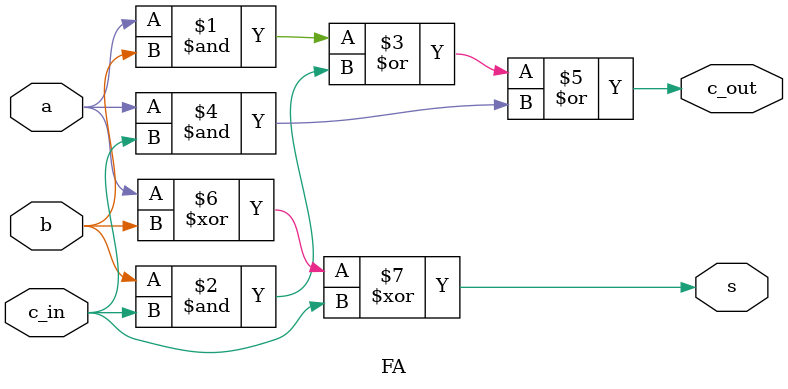
<source format=v>

module part2(A, B, Function, ALUout);
    input [3:0] A, B;
    input [1:0] Function; //only two bits since there are 4 different cases
    output reg [7:0] ALUout;
    wire [3:0] s; //4 bit sum
    wire [3:0] c3; //c_out, one bit for each stage of the 4 bit RCA

    //create RCA for case 0
    part1 U5(.a(A),
            .b(B),
            .c_in(1'b0),
            .s(s),
            .c_out(c3)

            ); //c3 is the c_out, s is the sum 

    always @ *
        begin
            case(Function) //function takes in 2 bits for each of the 2^2 cases 
                2'b00: ALUout = {3'b0, c3[3], s}; // case 0, sum of A + B, concatenated with 000, c_out, and 4 bit sum = 8 bit ALUout
                2'b01: ALUout = |{A, B}; //case 1, 8'b00000001 if any of the 8 bits in A and B contain 1
                2'b10: ALUout = &{A, B}; //case 2, 8'b00000001 if all of the 8 bits in A and B are 1
                2'b11: ALUout = {A, B}; //case 3, display A as MSBs and B as LSBs
                default: ALUout = {8'b0};
            endcase
        end

endmodule


module part1(a, b, c_in, s, c_out); //4 bit ripple carry adder
    input [3:0] a, b;
    input c_in;
    output [3:0] s; 
    output [3:0] c_out;
    wire c0, c1, c2; //intermediaries

    FA U1(a[0], b[0], c_in, s[0], c0);
    FA U2(a[1], b[1], c0, s[1], c1);
    FA U3(a[2], b[2], c1, s[2], c2);
    FA U4(a[3], b[3], c2, s[3], c_out[3]);

    assign c_out[0] = c0;
    assign c_out[1] = c1;
    assign c_out[2] = c2;
endmodule

module FA (a, b, c_in, s, c_out); //full adder
    input a, b, c_in;
    output s, c_out;

    assign c_out = (a & b) | (b & c_in) | (a & c_in);
    assign s = a ^ b ^ c_in;
endmodule
</source>
